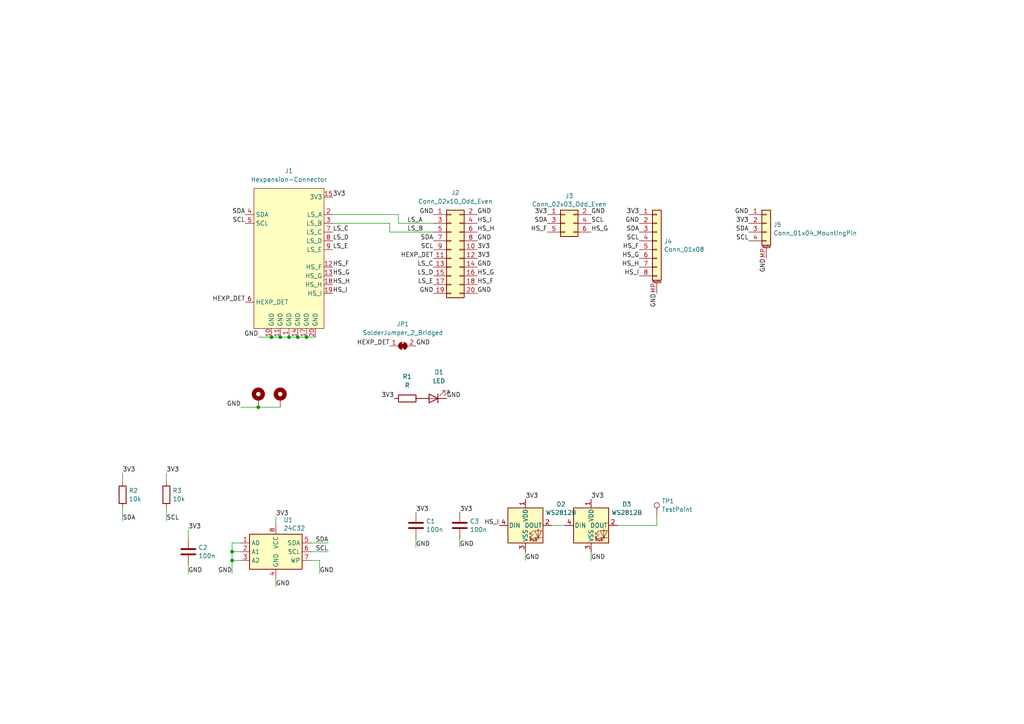
<source format=kicad_sch>
(kicad_sch (version 20231120) (generator "eeschema") (generator_version "8.0")
  (paper "A4")
  (lib_symbols
    (symbol "Connector:TestPoint" (pin_numbers hide) (pin_names (offset 0.762) hide)
      (property "Reference" "TP" (at 0 6.858 0))
      (property "Value" "TestPoint" (at 0 5.08 0))
      (symbol "TestPoint_0_1"
        (circle (center 0 3.302) (radius 0.762))
      )
      (symbol "TestPoint_1_1"
        (pin passive line (at 0 0 90) (length 2.54) (name "1") (number "1"))
      )
    )
    (symbol "Connector_Generic:Conn_02x03_Odd_Even" (pin_names (offset 1.016) hide)
      (property "Reference" "J" (at 1.27 5.08 0))
      (property "Value" "Conn_02x03_Odd_Even" (at 1.27 -5.08 0))
      (symbol "Conn_02x03_Odd_Even_1_1"
        (rectangle (start -1.27 -2.413) (end 0 -2.667) (stroke (width 0.1524)))
        (rectangle (start -1.27 0.127) (end 0 -0.127) (stroke (width 0.1524)))
        (rectangle (start -1.27 2.667) (end 0 2.413) (stroke (width 0.1524)))
        (rectangle (start -1.27 3.81) (end 3.81 -3.81) (stroke (width 0.254)) (fill (type background)))
        (rectangle (start 3.81 -2.413) (end 2.54 -2.667) (stroke (width 0.1524)))
        (rectangle (start 3.81 0.127) (end 2.54 -0.127) (stroke (width 0.1524)))
        (rectangle (start 3.81 2.667) (end 2.54 2.413) (stroke (width 0.1524)))
        (pin passive line (at -5.08 2.54 0) (length 3.81) (name "Pin_1") (number "1"))
        (pin passive line (at 7.62 2.54 180) (length 3.81) (name "Pin_2") (number "2"))
        (pin passive line (at -5.08 0 0) (length 3.81) (name "Pin_3") (number "3"))
        (pin passive line (at 7.62 0 180) (length 3.81) (name "Pin_4") (number "4"))
        (pin passive line (at -5.08 -2.54 0) (length 3.81) (name "Pin_5") (number "5"))
        (pin passive line (at 7.62 -2.54 180) (length 3.81) (name "Pin_6") (number "6"))
      )
    )
    (symbol "Connector_Generic:Conn_02x10_Odd_Even" (pin_names (offset 1.016) hide)
      (property "Reference" "J" (at 1.27 12.7 0))
      (property "Value" "Conn_02x10_Odd_Even" (at 1.27 -15.24 0))
      (symbol "Conn_02x10_Odd_Even_1_1"
        (rectangle (start -1.27 -12.573) (end 0 -12.827) (stroke (width 0.1524)))
        (rectangle (start -1.27 -10.033) (end 0 -10.287) (stroke (width 0.1524)))
        (rectangle (start -1.27 -7.493) (end 0 -7.747) (stroke (width 0.1524)))
        (rectangle (start -1.27 -4.953) (end 0 -5.207) (stroke (width 0.1524)))
        (rectangle (start -1.27 -2.413) (end 0 -2.667) (stroke (width 0.1524)))
        (rectangle (start -1.27 0.127) (end 0 -0.127) (stroke (width 0.1524)))
        (rectangle (start -1.27 2.667) (end 0 2.413) (stroke (width 0.1524)))
        (rectangle (start -1.27 5.207) (end 0 4.953) (stroke (width 0.1524)))
        (rectangle (start -1.27 7.747) (end 0 7.493) (stroke (width 0.1524)))
        (rectangle (start -1.27 10.287) (end 0 10.033) (stroke (width 0.1524)))
        (rectangle (start -1.27 11.43) (end 3.81 -13.97) (stroke (width 0.254)) (fill (type background)))
        (rectangle (start 3.81 -12.573) (end 2.54 -12.827) (stroke (width 0.1524)))
        (rectangle (start 3.81 -10.033) (end 2.54 -10.287) (stroke (width 0.1524)))
        (rectangle (start 3.81 -7.493) (end 2.54 -7.747) (stroke (width 0.1524)))
        (rectangle (start 3.81 -4.953) (end 2.54 -5.207) (stroke (width 0.1524)))
        (rectangle (start 3.81 -2.413) (end 2.54 -2.667) (stroke (width 0.1524)))
        (rectangle (start 3.81 0.127) (end 2.54 -0.127) (stroke (width 0.1524)))
        (rectangle (start 3.81 2.667) (end 2.54 2.413) (stroke (width 0.1524)))
        (rectangle (start 3.81 5.207) (end 2.54 4.953) (stroke (width 0.1524)))
        (rectangle (start 3.81 7.747) (end 2.54 7.493) (stroke (width 0.1524)))
        (rectangle (start 3.81 10.287) (end 2.54 10.033) (stroke (width 0.1524)))
        (pin passive line (at -5.08 10.16 0) (length 3.81) (name "Pin_1") (number "1"))
        (pin passive line (at 7.62 0 180) (length 3.81) (name "Pin_10") (number "10"))
        (pin passive line (at -5.08 -2.54 0) (length 3.81) (name "Pin_11") (number "11"))
        (pin passive line (at 7.62 -2.54 180) (length 3.81) (name "Pin_12") (number "12"))
        (pin passive line (at -5.08 -5.08 0) (length 3.81) (name "Pin_13") (number "13"))
        (pin passive line (at 7.62 -5.08 180) (length 3.81) (name "Pin_14") (number "14"))
        (pin passive line (at -5.08 -7.62 0) (length 3.81) (name "Pin_15") (number "15"))
        (pin passive line (at 7.62 -7.62 180) (length 3.81) (name "Pin_16") (number "16"))
        (pin passive line (at -5.08 -10.16 0) (length 3.81) (name "Pin_17") (number "17"))
        (pin passive line (at 7.62 -10.16 180) (length 3.81) (name "Pin_18") (number "18"))
        (pin passive line (at -5.08 -12.7 0) (length 3.81) (name "Pin_19") (number "19"))
        (pin passive line (at 7.62 10.16 180) (length 3.81) (name "Pin_2") (number "2"))
        (pin passive line (at 7.62 -12.7 180) (length 3.81) (name "Pin_20") (number "20"))
        (pin passive line (at -5.08 7.62 0) (length 3.81) (name "Pin_3") (number "3"))
        (pin passive line (at 7.62 7.62 180) (length 3.81) (name "Pin_4") (number "4"))
        (pin passive line (at -5.08 5.08 0) (length 3.81) (name "Pin_5") (number "5"))
        (pin passive line (at 7.62 5.08 180) (length 3.81) (name "Pin_6") (number "6"))
        (pin passive line (at -5.08 2.54 0) (length 3.81) (name "Pin_7") (number "7"))
        (pin passive line (at 7.62 2.54 180) (length 3.81) (name "Pin_8") (number "8"))
        (pin passive line (at -5.08 0 0) (length 3.81) (name "Pin_9") (number "9"))
      )
    )
    (symbol "Connector_Generic_MountingPin:Conn_01x04_MountingPin" (pin_names (offset 1.016) hide)
      (property "Reference" "J" (at 0 5.08 0))
      (property "Value" "Conn_01x04_MountingPin" (at 1.27 -7.62 0))
      (symbol "Conn_01x04_MountingPin_1_1"
        (rectangle (start -1.27 -4.953) (end 0 -5.207) (stroke (width 0.1524)))
        (rectangle (start -1.27 -2.413) (end 0 -2.667) (stroke (width 0.1524)))
        (rectangle (start -1.27 0.127) (end 0 -0.127) (stroke (width 0.1524)))
        (rectangle (start -1.27 2.667) (end 0 2.413) (stroke (width 0.1524)))
        (rectangle (start -1.27 3.81) (end 1.27 -6.35) (stroke (width 0.254)) (fill (type background)))
        (polyline (pts (xy -1.016 -7.112) (xy 1.016 -7.112)) (stroke (width 0.1524)))
        (text "Mounting" (at 0 -6.731 0) (effects (font (size 0.381 0.381))))
        (pin passive line (at -5.08 2.54 0) (length 3.81) (name "Pin_1") (number "1"))
        (pin passive line (at -5.08 0 0) (length 3.81) (name "Pin_2") (number "2"))
        (pin passive line (at -5.08 -2.54 0) (length 3.81) (name "Pin_3") (number "3"))
        (pin passive line (at -5.08 -5.08 0) (length 3.81) (name "Pin_4") (number "4"))
        (pin passive line (at 0 -10.16 90) (length 3.048) (name "MountPin") (number "MP"))
      )
    )
    (symbol "Connector_Generic_MountingPin:Conn_01x08_MountingPin" (pin_names (offset 1.016) hide)
      (property "Reference" "J" (at 0 10.16 0))
      (property "Value" "Conn_01x08_MountingPin" (at 1.27 -12.7 0))
      (symbol "Conn_01x08_MountingPin_1_1"
        (rectangle (start -1.27 -10.033) (end 0 -10.287) (stroke (width 0.1524)))
        (rectangle (start -1.27 -7.493) (end 0 -7.747) (stroke (width 0.1524)))
        (rectangle (start -1.27 -4.953) (end 0 -5.207) (stroke (width 0.1524)))
        (rectangle (start -1.27 -2.413) (end 0 -2.667) (stroke (width 0.1524)))
        (rectangle (start -1.27 0.127) (end 0 -0.127) (stroke (width 0.1524)))
        (rectangle (start -1.27 2.667) (end 0 2.413) (stroke (width 0.1524)))
        (rectangle (start -1.27 5.207) (end 0 4.953) (stroke (width 0.1524)))
        (rectangle (start -1.27 7.747) (end 0 7.493) (stroke (width 0.1524)))
        (rectangle (start -1.27 8.89) (end 1.27 -11.43) (stroke (width 0.254)) (fill (type background)))
        (polyline (pts (xy -1.016 -12.192) (xy 1.016 -12.192)) (stroke (width 0.1524)))
        (text "Mounting" (at 0 -11.811 0) (effects (font (size 0.381 0.381))))
        (pin passive line (at -5.08 7.62 0) (length 3.81) (name "Pin_1") (number "1"))
        (pin passive line (at -5.08 5.08 0) (length 3.81) (name "Pin_2") (number "2"))
        (pin passive line (at -5.08 2.54 0) (length 3.81) (name "Pin_3") (number "3"))
        (pin passive line (at -5.08 0 0) (length 3.81) (name "Pin_4") (number "4"))
        (pin passive line (at -5.08 -2.54 0) (length 3.81) (name "Pin_5") (number "5"))
        (pin passive line (at -5.08 -5.08 0) (length 3.81) (name "Pin_6") (number "6"))
        (pin passive line (at -5.08 -7.62 0) (length 3.81) (name "Pin_7") (number "7"))
        (pin passive line (at -5.08 -10.16 0) (length 3.81) (name "Pin_8") (number "8"))
        (pin passive line (at 0 -15.24 90) (length 3.048) (name "MountPin") (number "MP"))
      )
    )
    (symbol "Device:C" (pin_numbers hide) (pin_names (offset 0.254))
      (property "Reference" "C" (at 0.635 2.54 0))
      (property "Value" "C" (at 0.635 -2.54 0))
      (symbol "C_0_1"
        (polyline (pts (xy -2.032 -0.762) (xy 2.032 -0.762)) (stroke (width 0.508)))
        (polyline (pts (xy -2.032 0.762) (xy 2.032 0.762)) (stroke (width 0.508)))
      )
      (symbol "C_1_1"
        (pin passive line (at 0 3.81 270) (length 2.794) (name "~") (number "1"))
        (pin passive line (at 0 -3.81 90) (length 2.794) (name "~") (number "2"))
      )
    )
    (symbol "Device:LED" (pin_numbers hide) (pin_names (offset 1.016) hide)
      (property "Reference" "D" (at 0 2.54 0))
      (property "Value" "LED" (at 0 -2.54 0))
      (symbol "LED_0_1"
        (polyline (pts (xy -1.27 -1.27) (xy -1.27 1.27)) (stroke (width 0.254)))
        (polyline (pts (xy -1.27 0) (xy 1.27 0)))
        (polyline (pts (xy 1.27 -1.27) (xy 1.27 1.27) (xy -1.27 0) (xy 1.27 -1.27)) (stroke (width 0.254)))
        (polyline (pts (xy -3.048 -0.762) (xy -4.572 -2.286) (xy -3.81 -2.286) (xy -4.572 -2.286) (xy -4.572 -1.524)))
        (polyline (pts (xy -1.778 -0.762) (xy -3.302 -2.286) (xy -2.54 -2.286) (xy -3.302 -2.286) (xy -3.302 -1.524)))
      )
      (symbol "LED_1_1"
        (pin passive line (at -3.81 0 0) (length 2.54) (name "K") (number "1"))
        (pin passive line (at 3.81 0 180) (length 2.54) (name "A") (number "2"))
      )
    )
    (symbol "Device:R" (pin_numbers hide) (pin_names (offset 0))
      (property "Reference" "R" (at 2.032 0 90))
      (property "Value" "R" (at 0 0 90))
      (symbol "R_0_1"
        (rectangle (start -1.016 -2.54) (end 1.016 2.54) (stroke (width 0.254)))
      )
      (symbol "R_1_1"
        (pin passive line (at 0 3.81 270) (length 1.27) (name "~") (number "1"))
        (pin passive line (at 0 -3.81 90) (length 1.27) (name "~") (number "2"))
      )
    )
    (symbol "Jumper:SolderJumper_2_Bridged" (pin_names (offset 0) hide)
      (property "Reference" "JP" (at 0 2.032 0))
      (property "Value" "SolderJumper_2_Bridged" (at 0 -2.54 0))
      (symbol "SolderJumper_2_Bridged_0_1"
        (rectangle (start -0.508 0.508) (end 0.508 -0.508) (fill (type outline)))
        (arc (start -0.254 1.016) (mid -1.2656 0) (end -0.254 -1.016))
        (arc (start -0.254 1.016) (mid -1.2656 0) (end -0.254 -1.016) (fill (type outline)))
        (polyline (pts (xy -0.254 1.016) (xy -0.254 -1.016)))
        (polyline (pts (xy 0.254 1.016) (xy 0.254 -1.016)))
        (arc (start 0.254 -1.016) (mid 1.2656 0) (end 0.254 1.016))
        (arc (start 0.254 -1.016) (mid 1.2656 0) (end 0.254 1.016) (fill (type outline)))
      )
      (symbol "SolderJumper_2_Bridged_1_1"
        (pin passive line (at -3.81 0 0) (length 2.54) (name "A") (number "1"))
        (pin passive line (at 3.81 0 180) (length 2.54) (name "B") (number "2"))
      )
    )
    (symbol "LED:WS2812B" (pin_names (offset 0.254))
      (property "Reference" "D" (at 5.08 5.715 0))
      (property "Value" "WS2812B" (at 1.27 -5.715 0))
      (symbol "WS2812B_0_0"
        (text "RGB" (at 2.286 -4.191 0) (effects (font (size 0.762 0.762))))
      )
      (symbol "WS2812B_0_1"
        (polyline (pts (xy 1.27 -3.556) (xy 1.778 -3.556)))
        (polyline (pts (xy 1.27 -2.54) (xy 1.778 -2.54)))
        (polyline (pts (xy 4.699 -3.556) (xy 2.667 -3.556)))
        (polyline (pts (xy 2.286 -2.54) (xy 1.27 -3.556) (xy 1.27 -3.048)))
        (polyline (pts (xy 2.286 -1.524) (xy 1.27 -2.54) (xy 1.27 -2.032)))
        (polyline (pts (xy 3.683 -1.016) (xy 3.683 -3.556) (xy 3.683 -4.064)))
        (polyline (pts (xy 4.699 -1.524) (xy 2.667 -1.524) (xy 3.683 -3.556) (xy 4.699 -1.524)))
        (rectangle (start 5.08 5.08) (end -5.08 -5.08) (stroke (width 0.254)) (fill (type background)))
      )
      (symbol "WS2812B_1_1"
        (pin power_in line (at 0 7.62 270) (length 2.54) (name "VDD") (number "1"))
        (pin output line (at 7.62 0 180) (length 2.54) (name "DOUT") (number "2"))
        (pin power_in line (at 0 -7.62 90) (length 2.54) (name "VSS") (number "3"))
        (pin input line (at -7.62 0 0) (length 2.54) (name "DIN") (number "4"))
      )
    )
    (symbol "Mechanical:MountingHole_Pad" (pin_numbers hide) (pin_names (offset 1.016) hide)
      (property "Reference" "H" (at 0 6.35 0))
      (property "Value" "MountingHole_Pad" (at 0 4.445 0))
      (symbol "MountingHole_Pad_0_1"
        (circle (center 0 1.27) (radius 1.27) (stroke (width 1.27)))
      )
      (symbol "MountingHole_Pad_1_1"
        (pin input line (at 0 -2.54 90) (length 2.54) (name "1") (number "1"))
      )
    )
    (symbol "Memory_EEPROM:AT24CS32-SSHM"
      (property "Reference" "U" (at -7.62 6.35 0))
      (property "Value" "AT24CS32-SSHM" (at 2.54 -6.35 0))
      (symbol "AT24CS32-SSHM_1_1"
        (rectangle (start -7.62 5.08) (end 7.62 -5.08) (stroke (width 0.254)) (fill (type background)))
        (pin input line (at -10.16 2.54 0) (length 2.54) (name "A0") (number "1"))
        (pin input line (at -10.16 0 0) (length 2.54) (name "A1") (number "2"))
        (pin input line (at -10.16 -2.54 0) (length 2.54) (name "A2") (number "3"))
        (pin power_in line (at 0 -7.62 90) (length 2.54) (name "GND") (number "4"))
        (pin bidirectional line (at 10.16 2.54 180) (length 2.54) (name "SDA") (number "5"))
        (pin input line (at 10.16 0 180) (length 2.54) (name "SCL") (number "6"))
        (pin input line (at 10.16 -2.54 180) (length 2.54) (name "WP") (number "7"))
        (pin power_in line (at 0 7.62 270) (length 2.54) (name "VCC") (number "8"))
      )
    )
    (symbol "tildagon:hexpansion-edge-connector" (in_bom no)
      (property "Reference" "J" (at -6.35 17.78 0))
      (property "Value" "Hexpansion-Connector" (at 0 21.59 0))
      (symbol "hexpansion-edge-connector_1_1"
        (rectangle (start -10.16 20.32) (end 10.16 -20.32) (fill (type background)))
        (pin power_out line (at 0 -22.86 90) (length 2.54) (name "GND") (number "1"))
        (pin passive line (at -5.08 -22.86 90) (length 2.54) (name "GND") (number "10"))
        (pin passive line (at -2.54 -22.86 90) (length 2.54) (name "GND") (number "11"))
        (pin bidirectional line (at 12.7 -2.54 180) (length 2.54) (name "HS_F") (number "12"))
        (pin bidirectional line (at 12.7 -5.08 180) (length 2.54) (name "HS_G") (number "13"))
        (pin passive line (at 2.54 -22.86 90) (length 2.54) (name "GND") (number "14"))
        (pin power_out line (at 12.7 17.78 180) (length 2.54) (name "3V3") (number "15"))
        (pin passive line (at 12.7 17.78 180) (length 2.54) hide (name "3V3") (number "16"))
        (pin passive line (at 5.08 -22.86 90) (length 2.54) (name "GND") (number "17"))
        (pin bidirectional line (at 12.7 -7.62 180) (length 2.54) (name "HS_H") (number "18"))
        (pin bidirectional line (at 12.7 -10.16 180) (length 2.54) (name "HS_I") (number "19"))
        (pin bidirectional line (at 12.7 12.7 180) (length 2.54) (name "LS_A") (number "2"))
        (pin passive line (at 7.62 -22.86 90) (length 2.54) (name "GND") (number "20"))
        (pin bidirectional line (at 12.7 10.16 180) (length 2.54) (name "LS_B") (number "3"))
        (pin bidirectional line (at -12.7 12.7 0) (length 2.54) (name "SDA") (number "4"))
        (pin output line (at -12.7 10.16 0) (length 2.54) (name "SCL") (number "5"))
        (pin bidirectional line (at -12.7 -12.7 0) (length 2.54) (name "HEXP_DET") (number "6"))
        (pin bidirectional line (at 12.7 7.62 180) (length 2.54) (name "LS_C") (number "7"))
        (pin bidirectional line (at 12.7 5.08 180) (length 2.54) (name "LS_D") (number "8"))
        (pin bidirectional line (at 12.7 2.54 180) (length 2.54) (name "LS_E") (number "9"))
      )
    )
  )
  (junction (at 88.9 97.79))
  (junction (at 81.28 97.79))
  (junction (at 86.36 97.79))
  (junction (at 83.82 97.79))
  (junction (at 78.74 97.79))
  (junction (at 67.31 162.56))
  (junction (at 67.31 160.02))
  (junction (at 74.93 118.11))
  (wire (pts (xy 74.93 118.11) (xy 81.28 118.11)))
  (wire (pts (xy 115.57 64.77) (xy 115.57 62.23)))
  (wire (pts (xy 35.56 147.32) (xy 35.56 151.13)))
  (wire (pts (xy 81.28 97.79) (xy 83.82 97.79)))
  (wire (pts (xy 74.93 97.79) (xy 78.74 97.79)))
  (wire (pts (xy 120.65 156.21) (xy 120.65 158.75)))
  (wire (pts (xy 83.82 97.79) (xy 86.36 97.79)))
  (wire (pts (xy 125.73 64.77) (xy 115.57 64.77)))
  (wire (pts (xy 80.01 167.64) (xy 80.01 170.18)))
  (wire (pts (xy 86.36 97.79) (xy 88.9 97.79)))
  (wire (pts (xy 67.31 162.56) (xy 69.85 162.56)))
  (wire (pts (xy 67.31 157.48) (xy 67.31 160.02)))
  (wire (pts (xy 67.31 162.56) (xy 67.31 166.37)))
  (wire (pts (xy 190.5 152.4) (xy 190.5 149.86)))
  (wire (pts (xy 90.17 157.48) (xy 95.25 157.48)))
  (wire (pts (xy 80.01 149.86) (xy 80.01 152.4)))
  (wire (pts (xy 115.57 62.23) (xy 96.52 62.23)))
  (wire (pts (xy 35.56 137.16) (xy 35.56 139.7)))
  (wire (pts (xy 133.35 156.21) (xy 133.35 158.75)))
  (wire (pts (xy 90.17 162.56) (xy 92.71 162.56)))
  (wire (pts (xy 48.26 137.16) (xy 48.26 139.7)))
  (wire (pts (xy 67.31 160.02) (xy 67.31 162.56)))
  (wire (pts (xy 160.02 152.4) (xy 163.83 152.4)))
  (wire (pts (xy 69.85 118.11) (xy 74.93 118.11)))
  (wire (pts (xy 171.45 160.02) (xy 171.45 162.56)))
  (wire (pts (xy 179.07 152.4) (xy 190.5 152.4)))
  (wire (pts (xy 113.03 67.31) (xy 113.03 64.77)))
  (wire (pts (xy 113.03 64.77) (xy 96.52 64.77)))
  (wire (pts (xy 48.26 147.32) (xy 48.26 151.13)))
  (wire (pts (xy 54.61 163.83) (xy 54.61 166.37)))
  (wire (pts (xy 125.73 67.31) (xy 113.03 67.31)))
  (wire (pts (xy 69.85 157.48) (xy 67.31 157.48)))
  (wire (pts (xy 54.61 153.67) (xy 54.61 156.21)))
  (wire (pts (xy 152.4 160.02) (xy 152.4 162.56)))
  (wire (pts (xy 67.31 160.02) (xy 69.85 160.02)))
  (wire (pts (xy 90.17 160.02) (xy 95.25 160.02)))
  (wire (pts (xy 88.9 97.79) (xy 91.44 97.79)))
  (wire (pts (xy 78.74 97.79) (xy 81.28 97.79)))
  (wire (pts (xy 92.71 162.56) (xy 92.71 166.37)))
  (label "SDA" (at 158.75 64.77 180))
  (label "HEXP_DET" (at 113.03 100.33 180))
  (label "SDA" (at 217.17 67.31 180))
  (label "HS_G" (at 171.45 67.31 0))
  (label "GND" (at 54.61 166.37 0))
  (label "GND" (at 67.31 166.37 180))
  (label "GND" (at 69.85 118.11 180))
  (label "3V3" (at 96.52 57.15 0))
  (label "HS_H" (at 138.43 67.31 0))
  (label "HS_G" (at 185.42 74.93 180))
  (label "3V3" (at 120.65 148.59 0))
  (label "GND" (at 185.42 64.77 180))
  (label "GND" (at 125.73 62.23 180))
  (label "HEXP_DET" (at 125.73 74.93 180))
  (label "LS_E" (at 96.52 72.39 0))
  (label "LS_A" (at 118.11 64.77 0))
  (label "GND" (at 125.73 85.09 180))
  (label "GND" (at 120.65 100.33 0))
  (label "SCL" (at 71.12 64.77 180))
  (label "HS_F" (at 138.43 82.55 0))
  (label "LS_C" (at 125.73 77.47 180))
  (label "SCL" (at 217.17 69.85 180))
  (label "HS_G" (at 138.43 80.01 0))
  (label "SDA" (at 71.12 62.23 180))
  (label "HS_I" (at 96.52 85.09 0))
  (label "GND" (at 129.54 115.57 0))
  (label "GND" (at 74.93 97.79 180))
  (label "SCL" (at 171.45 64.77 0))
  (label "HS_I" (at 185.42 80.01 180))
  (label "GND" (at 217.17 62.23 180))
  (label "HS_I" (at 144.78 152.4 180))
  (label "HS_F" (at 96.52 77.47 0))
  (label "SDA" (at 95.25 157.48 180))
  (label "LS_C" (at 96.52 67.31 0))
  (label "3V3" (at 133.35 148.59 0))
  (label "HS_G" (at 96.52 80.01 0))
  (label "GND" (at 138.43 85.09 0))
  (label "3V3" (at 152.4 144.78 0))
  (label "GND" (at 171.45 162.56 0))
  (label "HS_H" (at 185.42 77.47 180))
  (label "3V3" (at 171.45 144.78 0))
  (label "GND" (at 80.01 170.18 0))
  (label "SCL" (at 48.26 151.13 0))
  (label "3V3" (at 158.75 62.23 180))
  (label "SCL" (at 125.73 72.39 180))
  (label "HS_H" (at 96.52 82.55 0))
  (label "3V3" (at 114.3 115.57 180))
  (label "3V3" (at 48.26 137.16 0))
  (label "GND" (at 138.43 77.47 0))
  (label "GND" (at 222.25 74.93 270))
  (label "3V3" (at 54.61 153.67 0))
  (label "GND" (at 133.35 158.75 0))
  (label "GND" (at 120.65 158.75 0))
  (label "HS_I" (at 138.43 64.77 0))
  (label "GND" (at 171.45 62.23 0))
  (label "3V3" (at 217.17 64.77 180))
  (label "LS_D" (at 96.52 69.85 0))
  (label "HEXP_DET" (at 71.12 87.63 180))
  (label "3V3" (at 138.43 74.93 0))
  (label "SDA" (at 185.42 67.31 180))
  (label "LS_E" (at 125.73 82.55 180))
  (label "GND" (at 152.4 162.56 0))
  (label "LS_B" (at 118.11 67.31 0))
  (label "HS_F" (at 185.42 72.39 180))
  (label "3V3" (at 80.01 149.86 0))
  (label "SCL" (at 185.42 69.85 180))
  (label "SCL" (at 95.25 160.02 180))
  (label "3V3" (at 35.56 137.16 0))
  (label "GND" (at 138.43 69.85 0))
  (label "GND" (at 138.43 62.23 0))
  (label "SDA" (at 35.56 151.13 0))
  (label "3V3" (at 138.43 72.39 0))
  (label "3V3" (at 185.42 62.23 180))
  (label "GND" (at 92.71 166.37 0))
  (label "SDA" (at 125.73 69.85 180))
  (label "GND" (at 190.5 85.09 270))
  (label "HS_F" (at 158.75 67.31 180))
  (label "LS_D" (at 125.73 80.01 180))
  (symbol (lib_id "Device:R") (at 118.11 115.57 90) (unit 1)
    (property "Reference" "R1" (at 118.11 109.22 90))
    (property "Value" "R" (at 118.11 111.76 90))
    (property "Footprint" "Resistor_SMD:R_0805_2012Metric_Pad1.20x1.40mm_HandSolder" (effects (hide yes)))
  )
  (symbol (lib_id "Connector:TestPoint") (at 190.5 149.86 0) (unit 1)
    (property "Reference" "TP1" (at 191.897 145.3458 0) (effects (justify left)))
    (property "Value" "TestPoint" (at 191.897 147.7701 0) (effects (justify left)))
    (property "Footprint" "TestPoint:TestPoint_THTPad_D2.0mm_Drill1.0mm" (effects (hide yes)))
    (property "Description" "test point" (effects (hide yes)))
  )
  (symbol (lib_id "LED:WS2812B") (at 152.4 152.4 0) (unit 1)
    (property "Reference" "D2" (at 162.7376 146.255 0))
    (property "Value" "WS2812B" (at 162.7376 148.6793 0))
    (property "Footprint" "LED_SMD:LED_WS2812B_PLCC4_5.0x5.0mm_P3.2mm" (effects (hide yes)))
    (property "Datasheet" "https://cdn-shop.adafruit.com/datasheets/WS2812B.pdf" (effects (hide yes)))
    (property "Description" "RGB LED with integrated controller" (effects (hide yes)))
  )
  (symbol (lib_id "Memory_EEPROM:AT24CS32-SSHM") (at 80.01 160.02 0) (unit 1)
    (property "Reference" "U1" (at 82.2041 150.7955 0) (effects (justify left)))
    (property "Value" "24C32" (at 82.2041 153.2198 0) (effects (justify left)))
    (property "Footprint" "Package_SO:SOIC-8_3.9x4.9mm_P1.27mm" (effects (hide yes)))
    (property "Datasheet" "http://ww1.microchip.com/downloads/en/DeviceDoc/Atmel-8869-SEEPROM-AT24CS32-Datasheet.pdf" (effects (hide yes)))
    (property "Description" "I2C Serial EEPROM, 32Kb (4096x8) with Unique Serial Number, SO8" (effects (hide yes)))
  )
  (symbol (lib_id "Device:C") (at 54.61 160.02 0) (unit 1)
    (property "Reference" "C2" (at 57.531 158.8078 0) (effects (justify left)))
    (property "Value" "100n" (at 57.531 161.2321 0) (effects (justify left)))
    (property "Footprint" "Capacitor_SMD:C_0805_2012Metric_Pad1.18x1.45mm_HandSolder" (effects (hide yes)))
    (property "Description" "Unpolarized capacitor" (effects (hide yes)))
  )
  (symbol (lib_id "Mechanical:MountingHole_Pad") (at 74.93 115.57 0) (unit 1)
    (property "Reference" "H1" (effects (hide yes)))
    (property "Value" "MountingHole_Pad" (effects (hide yes)))
    (property "Footprint" "MountingHole:MountingHole_2.2mm_M2_Pad_Via" (effects (hide yes)))
  )
  (symbol (lib_id "Device:LED") (at 125.73 115.57 180) (unit 1)
    (property "Reference" "D1" (at 127.3175 107.95 0))
    (property "Value" "LED" (at 127.3175 110.49 0))
    (property "Footprint" "LED_SMD:LED_0805_2012Metric" (effects (hide yes)))
  )
  (symbol (lib_id "Mechanical:MountingHole_Pad") (at 81.28 115.57 0) (unit 1)
    (property "Reference" "H2" (effects (hide yes)))
    (property "Value" "MountingHole_Pad" (effects (hide yes)))
    (property "Footprint" "MountingHole:MountingHole_2.2mm_M2_Pad_Via" (effects (hide yes)))
  )
  (symbol (lib_id "Connector_Generic_MountingPin:Conn_01x04_MountingPin") (at 222.25 64.77 0) (unit 1)
    (property "Reference" "J5" (at 224.282 65.1834 0) (effects (justify left)))
    (property "Value" "Conn_01x04_MountingPin" (at 224.282 67.6077 0) (effects (justify left)))
    (property "Footprint" "Connector_JST:JST_SH_SM04B-SRSS-TB_1x04-1MP_P1.00mm_Horizontal" (effects (hide yes)))
    (property "Description" "Generic connectable mounting pin connector, single row, 01x04, script generated (kicad-library-utils/schlib/autogen/connector/)" (effects (hide yes)))
  )
  (symbol (lib_id "tildagon:hexpansion-edge-connector") (at 83.82 74.93 0) (unit 1) (exclude_from_sim yes) (in_bom no)
    (property "Reference" "J1" (at 83.82 49.53 0))
    (property "Value" "Hexpansion-Connector" (at 83.82 52.07 0))
    (property "Footprint" "tildagon:hexpansion-edge-connector" (effects (hide yes)))
  )
  (symbol (lib_id "Connector_Generic_MountingPin:Conn_01x08_MountingPin") (at 190.5 69.85 0) (unit 1)
    (property "Reference" "J4" (at 192.532 70.0532 0) (effects (justify left)))
    (property "Value" "Conn_01x08" (at 192.532 72.3646 0) (effects (justify left)))
    (property "Footprint" "tilda6:XUNPU_FPC-05F-8PH20" (effects (hide yes)))
    (property "Description" "Generic connectable mounting pin connector, single row, 01x08, script generated (kicad-library-utils/schlib/autogen/connector/)" (effects (hide yes)))
  )
  (symbol (lib_id "Connector_Generic:Conn_02x10_Odd_Even") (at 130.81 72.39 0) (unit 1)
    (property "Reference" "J2" (at 132.08 55.88 0))
    (property "Value" "Conn_02x10_Odd_Even" (at 132.08 58.42 0))
    (property "Footprint" "Connector_PinHeader_2.54mm:PinHeader_2x10_P2.54mm_Vertical" (effects (hide yes)))
  )
  (symbol (lib_id "Device:C") (at 120.65 152.4 0) (unit 1)
    (property "Reference" "C1" (at 123.571 151.1878 0) (effects (justify left)))
    (property "Value" "100n" (at 123.571 153.6121 0) (effects (justify left)))
    (property "Footprint" "Capacitor_SMD:C_0805_2012Metric_Pad1.18x1.45mm_HandSolder" (effects (hide yes)))
    (property "Description" "Unpolarized capacitor" (effects (hide yes)))
  )
  (symbol (lib_id "Device:R") (at 48.26 143.51 0) (unit 1)
    (property "Reference" "R3" (at 50.038 142.2978 0) (effects (justify left)))
    (property "Value" "10k" (at 50.038 144.7221 0) (effects (justify left)))
    (property "Footprint" "Resistor_SMD:R_0805_2012Metric_Pad1.20x1.40mm_HandSolder" (effects (hide yes)))
    (property "Description" "Resistor" (effects (hide yes)))
  )
  (symbol (lib_id "Device:C") (at 133.35 152.4 0) (unit 1)
    (property "Reference" "C3" (at 136.271 151.1878 0) (effects (justify left)))
    (property "Value" "100n" (at 136.271 153.6121 0) (effects (justify left)))
    (property "Footprint" "Capacitor_SMD:C_0805_2012Metric_Pad1.18x1.45mm_HandSolder" (effects (hide yes)))
    (property "Description" "Unpolarized capacitor" (effects (hide yes)))
  )
  (symbol (lib_id "Jumper:SolderJumper_2_Bridged") (at 116.84 100.33 0) (unit 1)
    (property "Reference" "JP1" (at 116.84 93.98 0))
    (property "Value" "SolderJumper_2_Bridged" (at 116.84 96.52 0))
    (property "Footprint" "Jumper:SolderJumper-2_P1.3mm_Bridged_RoundedPad1.0x1.5mm" (effects (hide yes)))
  )
  (symbol (lib_id "LED:WS2812B") (at 171.45 152.4 0) (unit 1)
    (property "Reference" "D3" (at 181.7876 146.255 0))
    (property "Value" "WS2812B" (at 181.7876 148.6793 0))
    (property "Footprint" "LED_SMD:LED_WS2812B_PLCC4_5.0x5.0mm_P3.2mm" (effects (hide yes)))
    (property "Datasheet" "https://cdn-shop.adafruit.com/datasheets/WS2812B.pdf" (effects (hide yes)))
    (property "Description" "RGB LED with integrated controller" (effects (hide yes)))
  )
  (symbol (lib_id "Device:R") (at 35.56 143.51 0) (unit 1)
    (property "Reference" "R2" (at 37.338 142.2978 0) (effects (justify left)))
    (property "Value" "10k" (at 37.338 144.7221 0) (effects (justify left)))
    (property "Footprint" "Resistor_SMD:R_0805_2012Metric_Pad1.20x1.40mm_HandSolder" (effects (hide yes)))
    (property "Description" "Resistor" (effects (hide yes)))
  )
  (symbol (lib_id "Connector_Generic:Conn_02x03_Odd_Even") (at 163.83 64.77 0) (unit 1)
    (property "Reference" "J3" (at 165.1 56.8155 0))
    (property "Value" "Conn_02x03_Odd_Even" (at 165.1 59.2398 0))
    (property "Footprint" "Connector_PinSocket_2.54mm:PinSocket_2x03_P2.54mm_Vertical" (effects (hide yes)))
    (property "Description" "Generic connector, double row, 02x03, odd/even pin numbering scheme (row 1 odd numbers, row 2 even numbers), script generated (kicad-library-utils/schlib/autogen/connector/)" (effects (hide yes)))
  )
)
</source>
